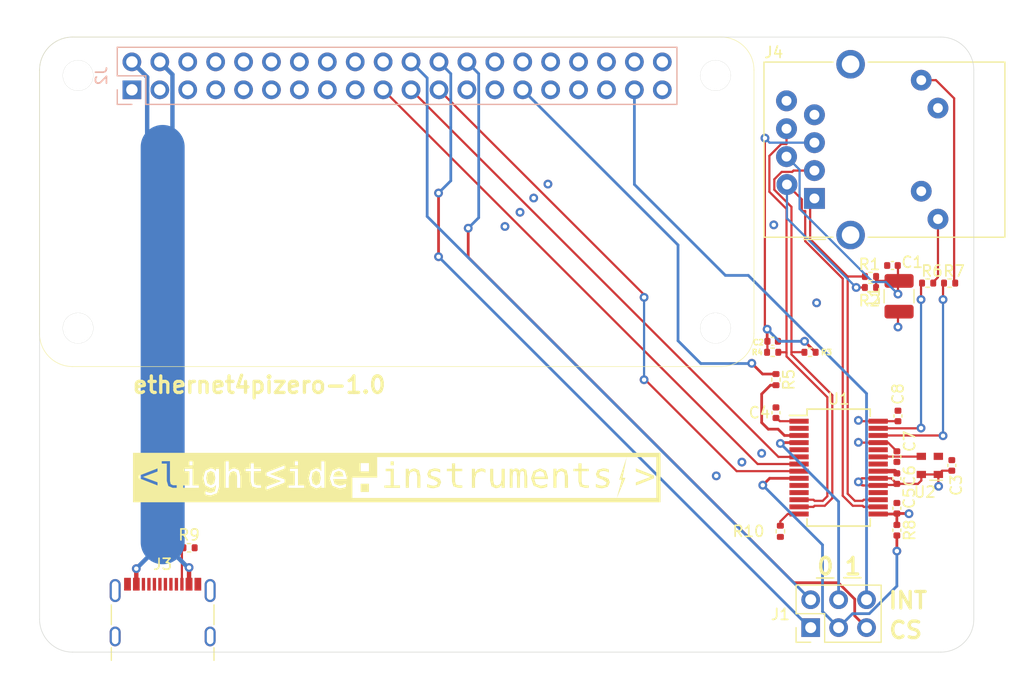
<source format=kicad_pcb>
(kicad_pcb (version 20211014) (generator pcbnew)
  (layers (0 "F.Cu" signal) (1 "In1.Cu" power) (2 "In2.Cu" power) (31 "B.Cu" signal) (34 "B.Paste" user) (35 "F.Paste" user) (36 "B.SilkS" user "B.Silkscreen") (37 "F.SilkS" user "F.Silkscreen") (38 "B.Mask" user) (39 "F.Mask" user) (44 "Edge.Cuts" user))
  (net 0 "")
  (net 1 "GND")
  (net 2 "+3.3V")
  (net 3 "+5V")
  (net 27 "/SI")
  (net 28 "/SO")
  (net 29 "/INT")
  (net 30 "/SCK")
  (net 31 "/CS0")
  (net 32 "/CS1")
  (net 39 "/CLKOUT")
  (net 40 "/TPIN-")
  (net 41 "/TPIN+")
  (net 42 "/TPOUT-")
  (net 43 "/TPOUT+")
  (net 44 "Net-(U1-Pad23)")
  (net 45 "/LEDB")
  (net 46 "/LEDA")
  (net 47 "Net-(J3-PadA5)")
  (net 48 "/CS")
  (net 49 "Net-(R10-Pad1)")
  (net 50 "Net-(C2-Pad1)")
  (net 51 "Net-(C1-Pad1)")
  (net 52 "Net-(C4-Pad1)")
  (net 53 "Net-(J4-PadL1)")
  (net 54 "Net-(R6-Pad2)")
  (net 55 "/INT0")
  (net 56 "/INT1")
  (net 57 "Net-(U1-Pad3)")
  (footprint "ice4pi:mount_hole" (layer "F.Cu") (at 53.5 52.5)
    (fp_text reference "" hide)
    (fp_text value "" hide)
    (pad "" np_thru_hole circle locked (at 0 0) (size 2.75 2.75) (drill 2.75) (layers *.Cu *.Mask) (clearance 1.725))
  )
  (footprint "ice4pi:mount_hole" (layer "F.Cu") (at 53.5 101.5)
    (fp_text reference "" hide)
    (fp_text value "" hide)
    (pad "" np_thru_hole circle locked (at 0 0) (size 2.75 2.75) (drill 2.75) (layers *.Cu *.Mask) (clearance 1.725))
  )
  (footprint "ice4pi:mount_hole" (layer "F.Cu") (at 111.5 101.5)
    (fp_text reference "" hide)
    (fp_text value "" hide)
    (pad "" np_thru_hole circle locked (at 0 0) (size 2.75 2.75) (drill 2.75) (layers *.Cu *.Mask) (clearance 1.725))
  )
  (footprint "ice4pi:lsi-logo-48mm" (layer "F.Cu") (at 82.5 90.75)
    (fp_text reference "svg2mod" hide)
    (fp_text value "G***" hide)
  )
  (footprint "Oscillator:Oscillator_SMD_Abracon_ASDMB-4Pin_2.5x2.0mm" (layer "F.Cu") (at 131 88 90)
    (fp_text reference "U2" (at -2.4274 -0.4566 180) (layer "F.SilkS"))
    (fp_text value "DSC1001DE1-025.0000")
    (pad "1" smd rect (at -0.825 0.775 90) (size 0.65 0.85) (layers "F.Cu" "F.Paste" "F.Mask") (net 2 "+3.3V"))
    (pad "2" smd rect (at 0.825 0.775 90) (size 0.65 0.85) (layers "F.Cu" "F.Paste" "F.Mask") (net 1 "GND"))
    (pad "3" smd rect (at 0.825 -0.775 90) (size 0.65 0.85) (layers "F.Cu" "F.Paste" "F.Mask") (net 44 "Net-(U1-Pad23)"))
    (pad "4" smd rect (at -0.825 -0.775 90) (size 0.65 0.85) (layers "F.Cu" "F.Paste" "F.Mask") (net 2 "+3.3V"))
  )
  (footprint "Capacitor_SMD:C_0402_1005Metric" (layer "F.Cu") (at 128 89.2 90)
    (fp_text reference "C6" (at 0.2458 1.1464 90) (layer "F.SilkS"))
    (fp_text value "100 nF")
    (pad "1" smd roundrect (at -0.48 0 90) (size 0.56 0.62) (layers "F.Cu" "F.Paste" "F.Mask") (net 2 "+3.3V"))
    (pad "2" smd roundrect (at 0.48 0 90) (size 0.56 0.62) (layers "F.Cu" "F.Paste" "F.Mask") (net 1 "GND"))
  )
  (footprint "Resistor_SMD:R_0402_1005Metric" (layer "F.Cu") (at 63.6 95.5)
    (fp_text reference "R9" (at 0 -1.17) (layer "F.SilkS"))
    (fp_text value "5.1K")
    (pad "1" smd roundrect (at -0.51 0) (size 0.54 0.64) (layers "F.Cu" "F.Paste" "F.Mask") (net 47 "Net-(J3-PadA5)"))
    (pad "2" smd roundrect (at 0.51 0) (size 0.54 0.64) (layers "F.Cu" "F.Paste" "F.Mask") (net 1 "GND"))
  )
  (footprint "Connector_USB:USB_C_Receptacle_GCT_USB4105-xx-A_16P_TopMnt_Horizontal" (layer "F.Cu") (at 61.2 102.5)
    (fp_text reference "J3" (at 0 -5.5 unlocked) (layer "F.SilkS"))
    (fp_text value "USB_C_Receptacle_USB2.0")
    (pad "" np_thru_hole circle (at -2.89 -2.605) (size 0.65 0.65) (drill 0.65) (layers F&B.Cu *.Mask))
    (pad "" np_thru_hole circle (at 2.89 -2.605) (size 0.65 0.65) (drill 0.65) (layers F&B.Cu *.Mask))
    (pad "A1" smd rect (at -3.2 -3.68) (size 0.6 1.15) (layers "F.Cu" "F.Paste" "F.Mask") (net 1 "GND"))
    (pad "A4" smd rect (at -2.4 -3.68) (size 0.6 1.15) (layers "F.Cu" "F.Paste" "F.Mask") (net 3 "+5V"))
    (pad "A5" smd rect (at -1.25 -3.68) (size 0.3 1.15) (layers "F.Cu" "F.Paste" "F.Mask") (net 47 "Net-(J3-PadA5)"))
    (pad "A6" smd rect (at -0.25 -3.68) (size 0.3 1.15) (layers "F.Cu" "F.Paste" "F.Mask"))
    (pad "A7" smd rect (at 0.25 -3.68) (size 0.3 1.15) (layers "F.Cu" "F.Paste" "F.Mask"))
    (pad "A8" smd rect (at 1.25 -3.68) (size 0.3 1.15) (layers "F.Cu" "F.Paste" "F.Mask"))
    (pad "A9" smd rect (at 2.4 -3.68) (size 0.6 1.15) (layers "F.Cu" "F.Paste" "F.Mask") (net 3 "+5V"))
    (pad "A12" smd rect (at 3.2 -3.68) (size 0.6 1.15) (layers "F.Cu" "F.Paste" "F.Mask") (net 1 "GND"))
    (pad "B1" smd rect (at 3.2 -3.68) (size 0.6 1.15) (layers "F.Cu" "F.Paste" "F.Mask") (net 1 "GND"))
    (pad "B4" smd rect (at 2.4 -3.68) (size 0.6 1.15) (layers "F.Cu" "F.Paste" "F.Mask") (net 3 "+5V"))
    (pad "B5" smd rect (at 1.75 -3.68) (size 0.3 1.15) (layers "F.Cu" "F.Paste" "F.Mask") (net 47 "Net-(J3-PadA5)"))
    (pad "B6" smd rect (at 0.75 -3.68) (size 0.3 1.15) (layers "F.Cu" "F.Paste" "F.Mask"))
    (pad "B7" smd rect (at -0.75 -3.68) (size 0.3 1.15) (layers "F.Cu" "F.Paste" "F.Mask"))
    (pad "B8" smd rect (at -1.75 -3.68) (size 0.3 1.15) (layers "F.Cu" "F.Paste" "F.Mask"))
    (pad "B9" smd rect (at -2.4 -3.68) (size 0.6 1.15) (layers "F.Cu" "F.Paste" "F.Mask") (net 3 "+5V"))
    (pad "B12" smd rect (at -3.2 -3.68) (size 0.6 1.15) (layers "F.Cu" "F.Paste" "F.Mask") (net 1 "GND"))
    (pad "S1" thru_hole oval (at 4.32 1.075) (size 1 1.8) (drill oval 0.6 1.4) (layers *.Cu *.Mask) (net 1 "GND"))
    (pad "S1" thru_hole oval (at -4.32 1.075) (size 1 1.8) (drill oval 0.6 1.4) (layers *.Cu *.Mask) (net 1 "GND"))
    (pad "S1" thru_hole oval (at 4.32 -3.105) (size 1 2.1) (drill oval 0.6 1.7) (layers *.Cu *.Mask) (net 1 "GND"))
    (pad "S1" thru_hole oval (at -4.32 -3.105) (size 1 2.1) (drill oval 0.6 1.7) (layers *.Cu *.Mask) (net 1 "GND"))
  )
  (footprint "Resistor_SMD:R_0402_1005Metric" (layer "F.Cu") (at 125.6 71.8 180)
    (fp_text reference "R2" (at 0.1 -1.2) (layer "F.SilkS"))
    (fp_text value "50")
    (pad "1" smd roundrect (at -0.51 0 180) (size 0.54 0.64) (layers "F.Cu" "F.Paste" "F.Mask") (net 51 "Net-(C1-Pad1)"))
    (pad "2" smd roundrect (at 0.51 0 180) (size 0.54 0.64) (layers "F.Cu" "F.Paste" "F.Mask") (net 42 "/TPOUT-"))
  )
  (footprint "Capacitor_SMD:C_0402_1005Metric" (layer "F.Cu") (at 128 93.9 -90)
    (fp_text reference "R8" (at 0 -1.16 90) (layer "F.SilkS"))
    (fp_text value "10K")
    (pad "1" smd roundrect (at -0.48 0 270) (size 0.56 0.62) (layers "F.Cu" "F.Paste" "F.Mask") (net 2 "+3.3V"))
    (pad "2" smd roundrect (at 0.48 0 270) (size 0.56 0.62) (layers "F.Cu" "F.Paste" "F.Mask") (net 48 "/CS"))
  )
  (footprint "Resistor_SMD:R_0402_1005Metric" (layer "F.Cu") (at 117 80.19 -90)
    (fp_text reference "R5" (at 0 -1.17 90) (layer "F.SilkS"))
    (fp_text value "0")
    (pad "1" smd roundrect (at -0.51 0 270) (size 0.54 0.64) (layers "F.Cu" "F.Paste" "F.Mask") (net 39 "/CLKOUT"))
    (pad "2" smd roundrect (at 0.51 0 270) (size 0.54 0.64) (layers "F.Cu" "F.Paste" "F.Mask") (net 57 "Net-(U1-Pad3)"))
  )
  (footprint "Resistor_SMD:R_0402_1005Metric" (layer "F.Cu") (at 125.6 70.8 180)
    (fp_text reference "R1" (at 0.1 1.1) (layer "F.SilkS"))
    (fp_text value "50")
    (pad "1" smd roundrect (at -0.51 0 180) (size 0.54 0.64) (layers "F.Cu" "F.Paste" "F.Mask") (net 51 "Net-(C1-Pad1)"))
    (pad "2" smd roundrect (at 0.51 0 180) (size 0.54 0.64) (layers "F.Cu" "F.Paste" "F.Mask") (net 43 "/TPOUT+"))
  )
  (footprint "Capacitor_SMD:C_0402_1005Metric" (layer "F.Cu") (at 128 91.9 90)
    (fp_text reference "C5" (at 0.9138 1.121 90) (layer "F.SilkS"))
    (fp_text value "100 nF")
    (pad "1" smd roundrect (at -0.48 0 90) (size 0.56 0.62) (layers "F.Cu" "F.Paste" "F.Mask") (net 2 "+3.3V"))
    (pad "2" smd roundrect (at 0.48 0 90) (size 0.56 0.62) (layers "F.Cu" "F.Paste" "F.Mask") (net 1 "GND"))
  )
  (footprint "ice4pi:mount_hole" (layer "F.Cu") (at 111.5 75.5)
    (fp_text reference "" hide)
    (fp_text value "" hide)
    (pad "" np_thru_hole circle locked (at 0 0) (size 2.75 2.75) (drill 2.75) (layers *.Cu *.Mask) (clearance 1.725))
  )
  (footprint "Resistor_SMD:R_0402_1005Metric" (layer "F.Cu") (at 132.8 71.4)
    (fp_text reference "R7" (at 0.4 -1.1) (layer "F.SilkS"))
    (fp_text value "1K")
    (pad "1" smd roundrect (at -0.51 0) (size 0.54 0.64) (layers "F.Cu" "F.Paste" "F.Mask") (net 45 "/LEDB"))
    (pad "2" smd roundrect (at 0.51 0) (size 0.54 0.64) (layers "F.Cu" "F.Paste" "F.Mask") (net 53 "Net-(J4-PadL1)"))
  )
  (footprint "Connector_RJ:RJ45_Amphenol_RJMG1BD3B8K1ANR" (layer "F.Cu") (at 120.5 63.695 90)
    (fp_text reference "J4" (at 13.295 -3.7 180) (layer "F.SilkS"))
    (fp_text value "RJ45_Amphenol_RJMG1BD3B8K1ANR")
    (pad "" np_thru_hole circle (at -1.27 6.34 90) (size 3.25 3.25) (drill 3.25) (layers *.Cu *.Mask))
    (pad "" np_thru_hole circle (at 10.16 6.34 90) (size 3.25 3.25) (drill 3.25) (layers *.Cu *.Mask))
    (pad "13" thru_hole circle (at -3.33 3.29 90) (size 2.6 2.6) (drill 1.6) (layers *.Cu *.Mask) (net 1 "GND"))
    (pad "13" thru_hole circle (at 12.22 3.29 90) (size 2.6 2.6) (drill 1.6) (layers *.Cu *.Mask) (net 1 "GND"))
    (pad "L1" thru_hole circle (at 10.77 9.72 90) (size 1.89 1.89) (drill 0.89) (layers *.Cu *.Mask) (net 53 "Net-(J4-PadL1)"))
    (pad "L2" thru_hole circle (at 8.23 11.24 90) (size 1.89 1.89) (drill 0.89) (layers *.Cu *.Mask) (net 1 "GND"))
    (pad "L3" thru_hole circle (at 0.66 9.72 90) (size 1.89 1.89) (drill 0.89) (layers *.Cu *.Mask) (net 1 "GND"))
    (pad "L4" thru_hole circle (at -1.88 11.24 90) (size 1.89 1.89) (drill 0.89) (layers *.Cu *.Mask) (net 54 "Net-(R6-Pad2)"))
    (pad "R1" thru_hole rect (at 0 0 90) (size 1.9 1.9) (drill 0.9) (layers *.Cu *.Mask) (net 43 "/TPOUT+"))
    (pad "R2" thru_hole circle (at 1.27 -2.5 90) (size 1.9 1.9) (drill 0.9) (layers *.Cu *.Mask) (net 42 "/TPOUT-"))
    (pad "R3" thru_hole circle (at 2.54 0 90) (size 1.9 1.9) (drill 0.9) (layers *.Cu *.Mask) (net 41 "/TPIN+"))
    (pad "R4" thru_hole circle (at 3.81 -2.54 90) (size 1.9 1.9) (drill 0.9) (layers *.Cu *.Mask) (net 51 "Net-(C1-Pad1)"))
    (pad "R5" thru_hole circle (at 5.08 0 90) (size 1.9 1.9) (drill 0.9) (layers *.Cu *.Mask) (net 50 "Net-(C2-Pad1)"))
    (pad "R6" thru_hole circle (at 6.35 -2.54 90) (size 1.9 1.9) (drill 0.9) (layers *.Cu *.Mask) (net 40 "/TPIN-"))
    (pad "R7" thru_hole circle (at 7.62 0 90) (size 1.9 1.9) (drill 0.9) (layers *.Cu *.Mask))
    (pad "R8" thru_hole circle (at 8.89 -2.54 90) (size 1.9 1.9) (drill 0.9) (layers *.Cu *.Mask) (net 1 "GND"))
  )
  (footprint "ice4pi:mount_hole" (layer "F.Cu") (at 111.5 52.5)
    (fp_text reference "" hide)
    (fp_text value "" hide)
    (pad "" np_thru_hole circle locked (at 0 0) (size 2.75 2.75) (drill 2.75) (layers *.Cu *.Mask) (clearance 1.725))
  )
  (footprint "Capacitor_SMD:C_0402_1005Metric" (layer "F.Cu") (at 116.7 76.7)
    (fp_text reference "C2" (at -1.3 0.1) (layer "F.SilkS") (effects (font (size 0.5 0.5))))
    (fp_text value "100 nF")
    (pad "1" smd roundrect (at -0.48 0) (size 0.56 0.62) (layers "F.Cu" "F.Paste" "F.Mask") (net 50 "Net-(C2-Pad1)"))
    (pad "2" smd roundrect (at 0.48 0) (size 0.56 0.62) (layers "F.Cu" "F.Paste" "F.Mask") (net 1 "GND"))
  )
  (footprint "Capacitor_SMD:C_0402_1005Metric" (layer "F.Cu") (at 128.1 83.5 90)
    (fp_text reference "C8" (at 2 0 90) (layer "F.SilkS"))
    (fp_text value "100 nF")
    (pad "1" smd roundrect (at -0.48 0 90) (size 0.56 0.62) (layers "F.Cu" "F.Paste" "F.Mask") (net 2 "+3.3V"))
    (pad "2" smd roundrect (at 0.48 0 90) (size 0.56 0.62) (layers "F.Cu" "F.Paste" "F.Mask") (net 1 "GND"))
  )
  (footprint "Resistor_SMD:R_0402_1005Metric" (layer "F.Cu") (at 117.4 94 -90)
    (fp_text reference "R10" (at 0 2.9 180) (layer "F.SilkS"))
    (fp_text value "2.32K")
    (pad "1" smd roundrect (at -0.51 0 270) (size 0.54 0.64) (layers "F.Cu" "F.Paste" "F.Mask") (net 49 "Net-(R10-Pad1)"))
    (pad "2" smd roundrect (at 0.51 0 270) (size 0.54 0.64) (layers "F.Cu" "F.Paste" "F.Mask") (net 1 "GND"))
  )
  (footprint "Package_SO:SSOP-28_5.3x10.2mm_P0.65mm" (layer "F.Cu") (at 122.7 88.2)
    (fp_text reference "U1" (at 0 -6.25) (layer "F.SilkS"))
    (fp_text value "ENC28J60x-SS")
    (pad "1" smd rect (at -3.6 -4.225) (size 1.75 0.45) (layers "F.Cu" "F.Paste" "F.Mask") (net 52 "Net-(C4-Pad1)"))
    (pad "2" smd rect (at -3.6 -3.575) (size 1.75 0.45) (layers "F.Cu" "F.Paste" "F.Mask") (net 1 "GND"))
    (pad "3" smd rect (at -3.6 -2.925) (size 1.75 0.45) (layers "F.Cu" "F.Paste" "F.Mask") (net 57 "Net-(U1-Pad3)"))
    (pad "4" smd rect (at -3.6 -2.275) (size 1.75 0.45) (layers "F.Cu" "F.Paste" "F.Mask") (net 29 "/INT"))
    (pad "5" smd rect (at -3.6 -1.625) (size 1.75 0.45) (layers "F.Cu" "F.Paste" "F.Mask"))
    (pad "6" smd rect (at -3.6 -0.975) (size 1.75 0.45) (layers "F.Cu" "F.Paste" "F.Mask") (net 28 "/SO"))
    (pad "7" smd rect (at -3.6 -0.325) (size 1.75 0.45) (layers "F.Cu" "F.Paste" "F.Mask") (net 27 "/SI"))
    (pad "8" smd rect (at -3.6 0.325) (size 1.75 0.45) (layers "F.Cu" "F.Paste" "F.Mask") (net 30 "/SCK"))
    (pad "9" smd rect (at -3.6 0.975) (size 1.75 0.45) (layers "F.Cu" "F.Paste" "F.Mask") (net 48 "/CS"))
    (pad "10" smd rect (at -3.6 1.625) (size 1.75 0.45) (layers "F.Cu" "F.Paste" "F.Mask"))
    (pad "11" smd rect (at -3.6 2.275) (size 1.75 0.45) (layers "F.Cu" "F.Paste" "F.Mask") (net 1 "GND"))
    (pad "12" smd rect (at -3.6 2.925) (size 1.75 0.45) (layers "F.Cu" "F.Paste" "F.Mask") (net 40 "/TPIN-"))
    (pad "13" smd rect (at -3.6 3.575) (size 1.75 0.45) (layers "F.Cu" "F.Paste" "F.Mask") (net 41 "/TPIN+"))
    (pad "14" smd rect (at -3.6 4.225) (size 1.75 0.45) (layers "F.Cu" "F.Paste" "F.Mask") (net 49 "Net-(R10-Pad1)"))
    (pad "15" smd rect (at 3.6 4.225) (size 1.75 0.45) (layers "F.Cu" "F.Paste" "F.Mask") (net 2 "+3.3V"))
    (pad "16" smd rect (at 3.6 3.575) (size 1.75 0.45) (layers "F.Cu" "F.Paste" "F.Mask") (net 42 "/TPOUT-"))
    (pad "17" smd rect (at 3.6 2.925) (size 1.75 0.45) (layers "F.Cu" "F.Paste" "F.Mask") (net 43 "/TPOUT+"))
    (pad "18" smd rect (at 3.6 2.275) (size 1.75 0.45) (layers "F.Cu" "F.Paste" "F.Mask") (net 1 "GND"))
    (pad "19" smd rect (at 3.6 1.625) (size 1.75 0.45) (layers "F.Cu" "F.Paste" "F.Mask") (net 2 "+3.3V"))
    (pad "20" smd rect (at 3.6 0.975) (size 1.75 0.45) (layers "F.Cu" "F.Paste" "F.Mask") (net 2 "+3.3V"))
    (pad "21" smd rect (at 3.6 0.325) (size 1.75 0.45) (layers "F.Cu" "F.Paste" "F.Mask") (net 1 "GND"))
    (pad "22" smd rect (at 3.6 -0.325) (size 1.75 0.45) (layers "F.Cu" "F.Paste" "F.Mask") (net 1 "GND"))
    (pad "23" smd rect (at 3.6 -0.975) (size 1.75 0.45) (layers "F.Cu" "F.Paste" "F.Mask") (net 44 "Net-(U1-Pad23)"))
    (pad "24" smd rect (at 3.6 -1.625) (size 1.75 0.45) (layers "F.Cu" "F.Paste" "F.Mask"))
    (pad "25" smd rect (at 3.6 -2.275) (size 1.75 0.45) (layers "F.Cu" "F.Paste" "F.Mask") (net 2 "+3.3V"))
    (pad "26" smd rect (at 3.6 -2.925) (size 1.75 0.45) (layers "F.Cu" "F.Paste" "F.Mask") (net 45 "/LEDB"))
    (pad "27" smd rect (at 3.6 -3.575) (size 1.75 0.45) (layers "F.Cu" "F.Paste" "F.Mask") (net 46 "/LEDA"))
    (pad "28" smd rect (at 3.6 -4.225) (size 1.75 0.45) (layers "F.Cu" "F.Paste" "F.Mask") (net 2 "+3.3V"))
  )
  (footprint "ice4pi:mount_hole" (layer "F.Cu") (at 53.5 75.5)
    (fp_text reference "" hide)
    (fp_text value "" hide)
    (pad "" np_thru_hole circle locked (at 0 0) (size 2.75 2.75) (drill 2.75) (layers *.Cu *.Mask) (clearance 1.725))
  )
  (footprint "Capacitor_SMD:C_0402_1005Metric" (layer "F.Cu") (at 133 88 90)
    (fp_text reference "C3" (at -1.8 0.4 90) (layer "F.SilkS"))
    (fp_text value "0.01uF")
    (pad "1" smd roundrect (at -0.48 0 90) (size 0.56 0.62) (layers "F.Cu" "F.Paste" "F.Mask") (net 2 "+3.3V"))
    (pad "2" smd roundrect (at 0.48 0 90) (size 0.56 0.62) (layers "F.Cu" "F.Paste" "F.Mask") (net 1 "GND"))
  )
  (footprint "Resistor_SMD:R_0402_1005Metric" (layer "F.Cu") (at 130.8 71.4)
    (fp_text reference "R6" (at 0.4 -1.1) (layer "F.SilkS"))
    (fp_text value "1K")
    (pad "1" smd roundrect (at -0.51 0) (size 0.54 0.64) (layers "F.Cu" "F.Paste" "F.Mask") (net 46 "/LEDA"))
    (pad "2" smd roundrect (at 0.51 0) (size 0.54 0.64) (layers "F.Cu" "F.Paste" "F.Mask") (net 54 "Net-(R6-Pad2)"))
  )
  (footprint "Connector_PinHeader_2.54mm:PinHeader_2x03_P2.54mm_Vertical" (layer "F.Cu") (at 120.16 102.77 90)
    (fp_text reference "J1" (at 1.2 -2.76 180) (layer "F.SilkS"))
    (fp_text value "Conn_02x03")
    (pad "1" thru_hole rect (at 0 0 90) (size 1.7 1.7) (drill 1) (layers *.Cu *.Mask) (net 31 "/CS0"))
    (pad "2" thru_hole oval (at 2.54 0 90) (size 1.7 1.7) (drill 1) (layers *.Cu *.Mask) (net 55 "/INT0"))
    (pad "3" thru_hole oval (at 0 2.54 90) (size 1.7 1.7) (drill 1) (layers *.Cu *.Mask) (net 48 "/CS"))
    (pad "4" thru_hole oval (at 2.54 2.54 90) (size 1.7 1.7) (drill 1) (layers *.Cu *.Mask) (net 29 "/INT"))
    (pad "5" thru_hole oval (at 0 5.08 90) (size 1.7 1.7) (drill 1) (layers *.Cu *.Mask) (net 32 "/CS1"))
    (pad "6" thru_hole oval (at 2.54 5.08 90) (size 1.7 1.7) (drill 1) (layers *.Cu *.Mask) (net 56 "/INT1"))
  )
  (footprint "Capacitor_SMD:C_0402_1005Metric" (layer "F.Cu") (at 128 87.2 -90)
    (fp_text reference "C7" (at -1.4 -1.16 90) (layer "F.SilkS"))
    (fp_text value "100 nF")
    (pad "1" smd roundrect (at -0.48 0 270) (size 0.56 0.62) (layers "F.Cu" "F.Paste" "F.Mask") (net 2 "+3.3V"))
    (pad "2" smd roundrect (at 0.48 0 270) (size 0.56 0.62) (layers "F.Cu" "F.Paste" "F.Mask") (net 1 "GND"))
  )
  (footprint "Resistor_SMD:R_0402_1005Metric" (layer "F.Cu") (at 116.7 77.7)
    (fp_text reference "R4" (at -1.4 0) (layer "F.SilkS") (effects (font (size 0.5 0.5))))
    (fp_text value "50")
    (pad "1" smd roundrect (at -0.51 0) (size 0.54 0.64) (layers "F.Cu" "F.Paste" "F.Mask") (net 50 "Net-(C2-Pad1)"))
    (pad "2" smd roundrect (at 0.51 0) (size 0.54 0.64) (layers "F.Cu" "F.Paste" "F.Mask") (net 40 "/TPIN-"))
  )
  (footprint "Capacitor_SMD:C_0402_1005Metric" (layer "F.Cu") (at 127.6 69.8 180)
    (fp_text reference "C1" (at -1.8 0.3) (layer "F.SilkS"))
    (fp_text value "100 nF")
    (pad "1" smd roundrect (at -0.48 0 180) (size 0.56 0.62) (layers "F.Cu" "F.Paste" "F.Mask") (net 51 "Net-(C1-Pad1)"))
    (pad "2" smd roundrect (at 0.48 0 180) (size 0.56 0.62) (layers "F.Cu" "F.Paste" "F.Mask") (net 1 "GND"))
  )
  (footprint "Resistor_SMD:R_0402_1005Metric" (layer "F.Cu") (at 120.1 77.7 180)
    (fp_text reference "R3" (at -1.5 0) (layer "F.SilkS") (effects (font (size 0.5 0.5))))
    (fp_text value "50")
    (pad "1" smd roundrect (at -0.51 0 180) (size 0.54 0.64) (layers "F.Cu" "F.Paste" "F.Mask") (net 50 "Net-(C2-Pad1)"))
    (pad "2" smd roundrect (at 0.51 0 180) (size 0.54 0.64) (layers "F.Cu" "F.Paste" "F.Mask") (net 41 "/TPIN+"))
  )
  (footprint "Capacitor_SMD:C_0402_1005Metric" (layer "F.Cu") (at 117 83.2 90)
    (fp_text reference "C4" (at 0 -1.5 180) (layer "F.SilkS"))
    (fp_text value "10uF")
    (pad "1" smd roundrect (at -0.48 0 90) (size 0.56 0.62) (layers "F.Cu" "F.Paste" "F.Mask") (net 52 "Net-(C4-Pad1)"))
    (pad "2" smd roundrect (at 0.48 0 90) (size 0.56 0.62) (layers "F.Cu" "F.Paste" "F.Mask") (net 1 "GND"))
  )
  (footprint "Inductor_SMD:L_1210_3225Metric" (layer "F.Cu") (at 128.2 72.6 90)
    (fp_text reference "L1" (at 0 -2.28 90) (layer "F.SilkS"))
    (fp_text value "L")
    (pad "1" smd roundrect (at -1.4 0 90) (size 1.25 2.65) (layers "F.Cu" "F.Paste" "F.Mask") (roundrect_rratio 0.2) (net 2 "+3.3V"))
    (pad "2" smd roundrect (at 1.4 0 90) (size 1.25 2.65) (layers "F.Cu" "F.Paste" "F.Mask") (roundrect_rratio 0.2) (net 51 "Net-(C1-Pad1)"))
  )
  (footprint "ice4pi:PinSocket_2x20_P2.54mm_Vertical_1_04mm" (layer "B.Cu") (at 58.4 53.8 -90)
    (fp_text reference "J2" (at -1.27 2.77 -90) (layer "B.SilkS") (effects (justify mirror)))
    (fp_text value "Raspberry_Pi_2_3")
    (pad "1" thru_hole rect locked (at 0 0 270) (size 1.7 1.7) (drill 1.04) (layers *.Cu *.Mask) (net 2 "+3.3V"))
    (pad "2" thru_hole oval locked (at -2.54 0 270) (size 1.7 1.7) (drill 1.04) (layers *.Cu *.Mask) (net 3 "+5V"))
    (pad "3" thru_hole oval locked (at 0 -2.54 270) (size 1.7 1.7) (drill 1.04) (layers *.Cu *.Mask))
    (pad "4" thru_hole oval locked (at -2.54 -2.54 270) (size 1.7 1.7) (drill 1.04) (layers *.Cu *.Mask) (net 3 "+5V"))
    (pad "5" thru_hole oval locked (at 0 -5.08 270) (size 1.7 1.7) (drill 1.04) (layers *.Cu *.Mask))
    (pad "6" thru_hole oval locked (at -2.54 -5.08 270) (size 1.7 1.7) (drill 1.04) (layers *.Cu *.Mask) (net 1 "GND"))
    (pad "7" thru_hole oval locked (at 0 -7.62 270) (size 1.7 1.7) (drill 1.04) (layers *.Cu *.Mask))
    (pad "8" thru_hole oval locked (at -2.54 -7.62 270) (size 1.7 1.7) (drill 1.04) (layers *.Cu *.Mask))
    (pad "9" thru_hole oval locked (at 0 -10.16 270) (size 1.7 1.7) (drill 1.04) (layers *.Cu *.Mask) (net 1 "GND"))
    (pad "10" thru_hole oval locked (at -2.54 -10.16 270) (size 1.7 1.7) (drill 1.04) (layers *.Cu *.Mask))
    (pad "11" thru_hole oval locked (at 0 -12.7 270) (size 1.7 1.7) (drill 1.04) (layers *.Cu *.Mask))
    (pad "12" thru_hole oval locked (at -2.54 -12.7 270) (size 1.7 1.7) (drill 1.04) (layers *.Cu *.Mask))
    (pad "13" thru_hole oval locked (at 0 -15.24 270) (size 1.7 1.7) (drill 1.04) (layers *.Cu *.Mask))
    (pad "14" thru_hole oval locked (at -2.54 -15.24 270) (size 1.7 1.7) (drill 1.04) (layers *.Cu *.Mask) (net 1 "GND"))
    (pad "15" thru_hole oval locked (at 0 -17.78 270) (size 1.7 1.7) (drill 1.04) (layers *.Cu *.Mask))
    (pad "16" thru_hole oval locked (at -2.54 -17.78 270) (size 1.7 1.7) (drill 1.04) (layers *.Cu *.Mask))
    (pad "17" thru_hole oval locked (at 0 -20.32 270) (size 1.7 1.7) (drill 1.04) (layers *.Cu *.Mask) (net 2 "+3.3V"))
    (pad "18" thru_hole oval locked (at -2.54 -20.32 270) (size 1.7 1.7) (drill 1.04) (layers *.Cu *.Mask))
    (pad "19" thru_hole oval locked (at 0 -22.86 270) (size 1.7 1.7) (drill 1.04) (layers *.Cu *.Mask) (net 27 "/SI"))
    (pad "20" thru_hole oval locked (at -2.54 -22.86 270) (size 1.7 1.7) (drill 1.04) (layers *.Cu *.Mask) (net 1 "GND"))
    (pad "21" thru_hole oval locked (at 0 -25.4 270) (size 1.7 1.7) (drill 1.04) (layers *.Cu *.Mask) (net 28 "/SO"))
    (pad "22" thru_hole oval locked (at -2.54 -25.4 270) (size 1.7 1.7) (drill 1.04) (layers *.Cu *.Mask) (net 55 "/INT0"))
    (pad "23" thru_hole oval locked (at 0 -27.94 270) (size 1.7 1.7) (drill 1.04) (layers *.Cu *.Mask) (net 30 "/SCK"))
    (pad "24" thru_hole oval locked (at -2.54 -27.94 270) (size 1.7 1.7) (drill 1.04) (layers *.Cu *.Mask) (net 31 "/CS0"))
    (pad "25" thru_hole oval locked (at 0 -30.48 270) (size 1.7 1.7) (drill 1.04) (layers *.Cu *.Mask) (net 1 "GND"))
    (pad "26" thru_hole oval locked (at -2.54 -30.48 270) (size 1.7 1.7) (drill 1.04) (layers *.Cu *.Mask) (net 32 "/CS1"))
    (pad "27" thru_hole oval locked (at 0 -33.02 270) (size 1.7 1.7) (drill 1.04) (layers *.Cu *.Mask))
    (pad "28" thru_hole oval locked (at -2.54 -33.02 270) (size 1.7 1.7) (drill 1.04) (layers *.Cu *.Mask))
    (pad "29" thru_hole oval locked (at 0 -35.56 270) (size 1.7 1.7) (drill 1.04) (layers *.Cu *.Mask) (net 39 "/CLKOUT"))
    (pad "30" thru_hole oval locked (at -2.54 -35.56 270) (size 1.7 1.7) (drill 1.04) (layers *.Cu *.Mask) (net 1 "GND"))
    (pad "31" thru_hole oval locked (at 0 -38.1 270) (size 1.7 1.7) (drill 1.04) (layers *.Cu *.Mask))
    (pad "32" thru_hole oval locked (at -2.54 -38.1 270) (size 1.7 1.7) (drill 1.04) (layers *.Cu *.Mask))
    (pad "33" thru_hole oval locked (at 0 -40.64 270) (size 1.7 1.7) (drill 1.04) (layers *.Cu *.Mask))
    (pad "34" thru_hole oval locked (at -2.54 -40.64 270) (size 1.7 1.7) (drill 1.04) (layers *.Cu *.Mask) (net 1 "GND"))
    (pad "35" thru_hole oval locked (at 0 -43.18 270) (size 1.7 1.7) (drill 1.04) (layers *.Cu *.Mask))
    (pad "36" thru_hole oval locked (at -2.54 -43.18 270) (size 1.7 1.7) (drill 1.04) (layers *.Cu *.Mask))
    (pad "37" thru_hole oval locked (at 0 -45.72 270) (size 1.7 1.7) (drill 1.04) (layers *.Cu *.Mask) (net 56 "/INT1"))
    (pad "38" thru_hole oval locked (at -2.54 -45.72 270) (size 1.7 1.7) (drill 1.04) (layers *.Cu *.Mask))
    (pad "39" thru_hole oval locked (at 0 -48.26 270) (size 1.7 1.7) (drill 1.04) (layers *.Cu *.Mask) (net 1 "GND"))
    (pad "40" thru_hole oval locked (at -2.54 -48.26 270) (size 1.7 1.7) (drill 1.04) (layers *.Cu *.Mask))
  )
  (gr_line (start 50 76) (end 50 52) (layer "F.SilkS") (width 0.05))
  (gr_line (start 112 79) (end 53 79) (layer "F.SilkS") (width 0.05))
  (gr_line (start 53 49) (end 112 49) (layer "F.SilkS") (width 0.05))
  (gr_arc (start 50 52) (mid 50.87868 49.87868) (end 53 49) (layer "F.SilkS") (width 0.05))
  (gr_line (start 120.7009 98.2506) (end 122.2503 98.2506) (layer "F.SilkS") (width 0.15))
  (gr_line (start 115 52) (end 115 76) (layer "F.SilkS") (width 0.05))
  (gr_line (start 123.1774 98.2252) (end 124.7268 98.2252) (layer "F.SilkS") (width 0.15))
  (gr_arc (start 115 76) (mid 114.12132 78.12132) (end 112 79) (layer "F.SilkS") (width 0.05))
  (gr_arc (start 53 79) (mid 50.87868 78.12132) (end 50 76) (layer "F.SilkS") (width 0.05))
  (gr_arc (start 112 49) (mid 114.12132 49.87868) (end 115 52) (layer "F.SilkS") (width 0.05))
  (gr_circle (center 111.5 75.5) (end 111.47 76.87) (layer "Edge.Cuts") (width 0.05) (fill none))
  (gr_arc (start 132 49) (mid 134.12132 49.87868) (end 135 52) (layer "Edge.Cuts") (width 0.05))
  (gr_arc (start 135 102) (mid 134.12132 104.12132) (end 132 105) (layer "Edge.Cuts") (width 0.05))
  (gr_arc (start 53 105) (mid 50.87868 104.12132) (end 50 102) (layer "Edge.Cuts") (width 0.05))
  (gr_arc (start 50 52) (mid 50.87868 49.87868) (end 53 49) (layer "Edge.Cuts") (width 0.05))
  (gr_line (start 50 102) (end 50 52) (layer "Edge.Cuts") (width 0.05))
  (gr_line (start 132 105) (end 53 105) (layer "Edge.Cuts") (width 0.05))
  (gr_line (start 135 52) (end 135 102) (layer "Edge.Cuts") (width 0.05))
  (gr_line (start 53 49) (end 132 49) (layer "Edge.Cuts") (width 0.05))
  (gr_circle (center 111.5 52.5) (end 111.47 53.87) (layer "Edge.Cuts") (width 0.05) (fill none))
  (gr_circle (center 53.5 75.5) (end 53.47 76.87) (layer "Edge.Cuts") (width 0.05) (fill none))
  (gr_circle (center 53.5 52.5) (end 53.47 53.87) (layer "Edge.Cuts") (width 0.05) (fill none))
  (gr_text "ethernet4pizero-1.0" (at 69.9898 80.6738) (layer "F.SilkS") (effects (font (size 1.5 1.5) (thickness 0.3))))
  (gr_text "0" (at 121.5 97.2) (layer "F.SilkS") (effects (font (size 1.5 1.5) (thickness 0.3))))
  (gr_text "CS" (at 128.8 103) (layer "F.SilkS") (effects (font (size 1.5 1.5) (thickness 0.3))))
  (gr_text "1" (at 124 97.2) (layer "F.SilkS") (effects (font (size 1.5 1.5) (thickness 0.3))))
  (gr_text "INT\n" (at 129 100.3) (layer "F.SilkS") (effects (font (size 1.5 1.5) (thickness 0.3))))
  (segment (start 126.3 88.525) (end 127.805 88.525) (width 0.4) (layer "F.Cu") (net 1))
  (segment (start 127.805 88.525) (end 128.1 88.82) (width 0.4) (layer "F.Cu") (net 1))
  (via (at 94.958 63.6558) (size 0.8) (drill 0.4) (layers "F.Cu" "B.Cu") (net 1))
  (via (at 113.9 87.7) (size 0.8) (drill 0.4) (layers "F.Cu" "B.Cu") (net 1))
  (via (at 93.7134 64.9512) (size 0.8) (drill 0.4) (layers "F.Cu" "B.Cu") (net 1))
  (via (at 96.2534 62.3858) (size 0.8) (drill 0.4) (layers "F.Cu" "B.Cu") (net 1))
  (via (at 111.5696 88.9542) (size 0.8) (drill 0.4) (layers "F.Cu" "B.Cu") (net 1))
  (via (at 116.8 66.1) (size 0.8) (drill 0.4) (layers "F.Cu" "B.Cu") (net 1))
  (via (at 115.7 86.9) (size 0.8) (drill 0.4) (layers "F.Cu" "B.Cu") (net 1))
  (via (at 120.7 73.2) (size 0.8) (drill 0.4) (layers "F.Cu" "B.Cu") (net 1))
  (via (at 92.3418 66.2466) (size 0.8) (drill 0.4) (layers "F.Cu" "B.Cu") (net 1))
  (segment (start 127.955 92.425) (end 128 92.38) (width 0.25) (layer "F.Cu") (net 2))
  (segment (start 129.92 89.68) (end 130.225 89.375) (width 0.2) (layer "F.Cu") (net 2))
  (segment (start 128.095 83.975) (end 128.1 83.98) (width 0.2) (layer "F.Cu") (net 2))
  (segment (start 131.775 89.875) (end 131.8 89.9) (width 0.2) (layer "F.Cu") (net 2))
  (segment (start 124.825 89.175) (end 124.5 89.5) (width 0.2) (layer "F.Cu") (net 2))
  (segment (start 124.525 85.925) (end 124.5 85.9) (width 0.2) (layer "F.Cu") (net 2))
  (segment (start 126.3 89.175) (end 124.825 89.175) (width 0.2) (layer "F.Cu") (net 2))
  (segment (start 126.3 85.925) (end 127.205 85.925) (width 0.2) (layer "F.Cu") (net 2))
  (segment (start 129.08 92.38) (end 129.1 92.4) (width 0.25) (layer "F.Cu") (net 2))
  (segment (start 132.12 88.48) (end 131.775 88.825) (width 0.2) (layer "F.Cu") (net 2))
  (segment (start 124.9 89.8) (end 124.925 89.825) (width 0.2) (layer "F.Cu") (net 2))
  (segment (start 127.205 85.925) (end 128 86.72) (width 0.2) (layer "F.Cu") (net 2))
  (segment (start 124.575 83.975) (end 124.5 83.9) (width 0.2) (layer "F.Cu") (net 2))
  (segment (start 128.1 89.78) (end 127.495 89.175) (width 0.2) (layer "F.Cu") (net 2))
  (segment (start 124.925 89.825) (end 126.3 89.825) (width 0.2) (layer "F.Cu") (net 2))
  (segment (start 126.3 83.975) (end 128.095 83.975) (width 0.2) (layer "F.Cu") (net 2))
  (segment (start 130.225 89.375) (end 130.225 88.825) (width 0.2) (layer "F.Cu") (net 2))
  (segment (start 131.775 88.825) (end 131.775 89.875) (width 0.2) (layer "F.Cu") (net 2))
  (segment (start 127.495 89.175) (end 126.3 89.175) (width 0.2) (layer "F.Cu") (net 2))
  (segment (start 131.775 88.825) (end 130.225 88.825) (width 0.2) (layer "F.Cu") (net 2))
  (segment (start 128.1 74) (end 128.1 75.4) (width 0.2) (layer "F.Cu") (net 2))
  (segment (start 128 92.38) (end 129.08 92.38) (width 0.25) (layer "F.Cu") (net 2))
  (segment (start 126.3 85.925) (end 124.525 85.925) (width 0.2) (layer "F.Cu") (net 2))
  (segment (start 126.3 83.975) (end 124.575 83.975) (width 0.2) (layer "F.Cu") (net 2))
  (segment (start 124.5 89.5) (end 124.8 89.8) (width 0.2) (layer "F.Cu") (net 2))
  (segment (start 126.3 92.425) (end 127.955 92.425) (width 0.25) (layer "F.Cu") (net 2))
  (segment (start 128.1 89.78) (end 126.345 89.78) (width 0.2) (layer "F.Cu") (net 2))
  (segment (start 124.8 89.8) (end 124.9 89.8) (width 0.2) (layer "F.Cu") (net 2))
  (segment (start 133 88.48) (end 132.12 88.48) (width 0.2) (layer "F.Cu") (net 2))
  (segment (start 128 93.42) (end 128 92.38) (width 0.25) (layer "F.Cu") (net 2))
  (segment (start 128 89.68) (end 129.92 89.68) (width 0.2) (layer "F.Cu") (net 2))
  (segment (start 126.345 89.78) (end 126.3 89.825) (width 0.2) (layer "F.Cu") (net 2))
  (via (at 129.1 92.4) (size 0.8) (drill 0.4) (layers "F.Cu" "B.Cu") (net 2))
  (via (at 124.5 85.9) (size 0.8) (drill 0.4) (layers "F.Cu" "B.Cu") (net 2))
  (via (at 124.5 89.5) (size 0.8) (drill 0.4) (layers "F.Cu" "B.Cu") (net 2))
  (via (at 124.5 83.9) (size 0.8) (drill 0.4) (layers "F.Cu" "B.Cu") (net 2))
  (via (at 131.8 89.9) (size 0.8) (drill 0.4) (layers "F.Cu" "B.Cu") (net 2))
  (via (at 128.1 75.4) (size 0.8) (drill 0.4) (layers "F.Cu" "B.Cu") (net 2))
  (segment (start 58.8 98.82) (end 58.8 97.4) (width 0.4) (layer "F.Cu") (net 3))
  (segment (start 63.6 98.82) (end 63.6 97.3) (width 0.4) (layer "F.Cu") (net 3))
  (via (at 63.6 97.3) (size 0.8) (drill 0.4) (layers "F.Cu" "B.Cu") (net 3))
  (via (at 58.8 97.4) (size 0.8) (drill 0.4) (layers "F.Cu" "B.Cu") (net 3))
  (segment (start 59.790489 52.650489) (end 59.790489 58.590489) (width 0.4) (layer "B.Cu") (net 3))
  (segment (start 58.8 97.4) (end 61.2 95) (width 0.4) (layer "B.Cu") (net 3))
  (segment (start 61.2 95) (end 61.2 59) (width 4) (layer "B.Cu") (net 3))
  (segment (start 63.5 97.3) (end 61.2 95) (width 0.4) (layer "B.Cu") (net 3))
  (segment (start 62.089511 59.110489) (end 61.2 60) (width 0.4) (layer "B.Cu") (net 3))
  (segment (start 60.94 51.26) (end 62.089511 52.409511) (width 0.4) (layer "B.Cu") (net 3))
  (segment (start 62.089511 52.409511) (end 62.089511 59.110489) (width 0.4) (layer "B.Cu") (net 3))
  (segment (start 63.6 97.3) (end 63.5 97.3) (width 0.4) (layer "B.Cu") (net 3))
  (segment (start 58.4 51.26) (end 59.790489 52.650489) (width 0.4) (layer "B.Cu") (net 3))
  (segment (start 59.790489 58.590489) (end 61.2 60) (width 0.4) (layer "B.Cu") (net 3))
  (segment (start 115.335 87.875) (end 81.26 53.8) (width 0.2) (layer "F.Cu") (net 27))
  (segment (start 119.1 87.875) (end 115.335 87.875) (width 0.2) (layer "F.Cu") (net 27))
  (segment (start 119.1 87.225) (end 117.225 87.225) (width 0.2) (layer "F.Cu") (net 28))
  (segment (start 117.225 87.225) (end 83.8 53.8) (width 0.2) (layer "F.Cu") (net 28))
  (segment (start 119.1 85.925) (end 117.475 85.925) (width 0.25) (layer "F.Cu") (net 29))
  (segment (start 117.475 85.925) (end 117.4 86) (width 0.25) (layer "F.Cu") (net 29))
  (via (at 117.4 86) (size 0.8) (drill 0.4) (layers "F.Cu" "B.Cu") (net 29))
  (segment (start 117.4 86) (end 122.7 91.3) (width 0.25) (layer "B.Cu") (net 29))
  (segment (start 122.7 91.3) (end 122.7 100.23) (width 0.25) (layer "B.Cu") (net 29))
  (segment (start 105 72.7) (end 105 72.46) (width 0.2) (layer "F.Cu") (net 30))
  (segment (start 119.1 88.525) (end 113.425 88.525) (width 0.2) (layer "F.Cu") (net 30))
  (segment (start 105.1 80.2) (end 105 80.2) (width 0.2) (layer "F.Cu") (net 30))
  (segment (start 105 72.46) (end 86.34 53.8) (width 0.2) (layer "F.Cu") (net 30))
  (segment (start 113.425 88.525) (end 105.1 80.2) (width 0.2) (layer "F.Cu") (net 30))
  (via (at 105 72.7) (size 0.8) (drill 0.4) (layers "F.Cu" "B.Cu") (net 30))
  (via (at 105 80.2) (size 0.8) (drill 0.4) (layers "F.Cu" "B.Cu") (net 30))
  (segment (start 105 80.2) (end 105 72.7) (width 0.2) (layer "B.Cu") (net 30))
  (segment (start 86.3 63.2) (end 86.3 69) (width 0.25) (layer "F.Cu") (net 31))
  (via (at 86.3 63.2) (size 0.8) (drill 0.4) (layers "F.Cu" "B.Cu") (net 31))
  (via (at 86.3 69) (size 0.8) (drill 0.4) (layers "F.Cu" "B.Cu") (net 31))
  (segment (start 86.3 63.2) (end 87.414511 62.085489) (width 0.25) (layer "B.Cu") (net 31))
  (segment (start 120.07 102.77) (end 86.3 69) (width 0.25) (layer "B.Cu") (net 31))
  (segment (start 87.414511 62.085489) (end 87.414511 52.334511) (width 0.25) (layer "B.Cu") (net 31))
  (segment (start 87.414511 52.334511) (end 86.34 51.26) (width 0.25) (layer "B.Cu") (net 31))
  (segment (start 120.16 102.77) (end 120.07 102.77) (width 0.25) (layer "B.Cu") (net 31))
  (segment (start 118.6308 98.6824) (end 89 69.0516) (width 0.25) (layer "F.Cu") (net 32))
  (segment (start 122.671989 98.6824) (end 118.6308 98.6824) (width 0.25) (layer "F.Cu") (net 32))
  (segment (start 124.165489 101.695489) (end 124.165489 100.1759) (width 0.25) (layer "F.Cu") (net 32))
  (segment (start 124.165489 100.1759) (end 122.671989 98.6824) (width 0.25) (layer "F.Cu") (net 32))
  (segment (start 125.24 102.77) (end 124.165489 101.695489) (width 0.25) (layer "F.Cu") (net 32))
  (segment (start 89 69.0516) (end 89 66.4) (width 0.25) (layer "F.Cu") (net 32))
  (via (at 89 66.4) (size 0.8) (drill 0.4) (layers "F.Cu" "B.Cu") (net 32))
  (segment (start 89.954511 52.334511) (end 88.88 51.26) (width 0.25) (layer "B.Cu") (net 32))
  (segment (start 89 66.4) (end 89.954511 65.445489) (width 0.25) (layer "B.Cu") (net 32))
  (segment (start 89.954511 65.445489) (end 89.954511 52.334511) (width 0.25) (layer "B.Cu") (net 32))
  (segment (start 115.78 79.68) (end 114.8 78.7) (width 0.25) (layer "F.Cu") (net 39))
  (segment (start 117 79.68) (end 115.78 79.68) (width 0.25) (layer "F.Cu") (net 39))
  (via (at 114.8 78.7) (size 0.8) (drill 0.4) (layers "F.Cu" "B.Cu") (net 39))
  (segment (start 110.164359 78.724521) (end 108.0898 76.649962) (width 0.25) (layer "B.Cu") (net 39))
  (segment (start 114.775479 78.724521) (end 110.164359 78.724521) (width 0.25) (layer "B.Cu") (net 39))
  (segment (start 108.0898 76.649962) (end 108.0898 67.9298) (width 0.25) (layer "B.Cu") (net 39))
  (segment (start 114.8 78.7) (end 114.775479 78.724521) (width 0.25) (layer "B.Cu") (net 39))
  (segment (start 108.0898 67.9298) (end 93.96 53.8) (width 0.25) (layer "B.Cu") (net 39))
  (segment (start 119.75 91.125) (end 119.85 91.225) (width 0.2) (layer "F.Cu") (net 40))
  (segment (start 117.96 64.647038) (end 116.400498 63.087536) (width 0.2) (layer "F.Cu") (net 40))
  (segment (start 121.2568 91.225) (end 121.675 90.8068) (width 0.2) (layer "F.Cu") (net 40))
  (segment (start 117.96 77.76) (end 117.96 64.647038) (width 0.2) (layer "F.Cu") (net 40))
  (segment (start 120.412501 91.125) (end 120.512501 91.225) (width 0.2) (layer "F.Cu") (net 40))
  (segment (start 116.400498 63.087536) (end 116.400498 59.818847) (width 0.2) (layer "F.Cu") (net 40))
  (segment (start 117.96 78.0782) (end 117.96 77.76) (width 0.2) (layer "F.Cu") (net 40))
  (segment (start 119.1 91.125) (end 120.412501 91.125) (width 0.2) (layer "F.Cu") (net 40))
  (segment (start 121.675 90.8068) (end 121.675 81.7932) (width 0.2) (layer "F.Cu") (net 40))
  (segment (start 117.21 77.7) (end 117.9 77.7) (width 0.2) (layer "F.Cu") (net 40))
  (segment (start 116.400498 59.818847) (end 117.483856 58.735489) (width 0.2) (layer "F.Cu") (net 40))
  (segment (start 117.483856 58.735489) (end 117.96 58.735489) (width 0.2) (layer "F.Cu") (net 40))
  (segment (start 121.675 81.7932) (end 117.96 78.0782) (width 0.2) (layer "F.Cu") (net 40))
  (segment (start 117.9 77.7) (end 117.96 77.76) (width 0.2) (layer "F.Cu") (net 40))
  (segment (start 120.512501 91.225) (end 121.2568 91.225) (width 0.2) (layer "F.Cu") (net 40))
  (segment (start 117.96 58.735489) (end 117.96 57.345) (width 0.2) (layer "F.Cu") (net 40))
  (segment (start 118.476144 61.275489) (end 118.596633 61.155) (width 0.2) (layer "F.Cu") (net 41))
  (segment (start 117.523856 61.27549) (end 118.476144 61.275489) (width 0.2) (layer "F.Cu") (net 41))
  (segment (start 118.410001 77.689999) (end 118.410001 64.460655) (width 0.2) (layer "F.Cu") (net 41))
  (segment (start 120.412501 91.775) (end 120.512501 91.675) (width 0.2) (layer "F.Cu") (net 41))
  (segment (start 118.410001 77.891801) (end 118.410001 77.689999) (width 0.2) (layer "F.Cu") (net 41))
  (segment (start 120.512501 91.675) (end 121.4432 91.675) (width 0.2) (layer "F.Cu") (net 41))
  (segment (start 122.125 90.9932) (end 122.125 81.6068) (width 0.2) (layer "F.Cu") (net 41))
  (segment (start 116.85049 62.901144) (end 116.850489 61.948856) (width 0.2) (layer "F.Cu") (net 41))
  (segment (start 122.125 81.6068) (end 118.410001 77.891801) (width 0.2) (layer "F.Cu") (net 41))
  (segment (start 119.1 91.775) (end 120.412501 91.775) (width 0.2) (layer "F.Cu") (net 41))
  (segment (start 116.850489 61.948856) (end 117.523856 61.27549) (width 0.2) (layer "F.Cu") (net 41))
  (segment (start 118.410001 77.689999) (end 119.579999 77.689999) (width 0.2) (layer "F.Cu") (net 41))
  (segment (start 118.410001 64.460655) (end 116.85049 62.901144) (width 0.2) (layer "F.Cu") (net 41))
  (segment (start 118.596633 61.155) (end 120.5 61.155) (width 0.2) (layer "F.Cu") (net 41))
  (segment (start 121.4432 91.675) (end 122.125 90.9932) (width 0.2) (layer "F.Cu") (net 41))
  (segment (start 119.75 91.775) (end 119.85 91.675) (width 0.2) (layer "F.Cu") (net 41))
  (segment (start 123.075 90.76238) (end 123.075 70.9932) (width 0.2) (layer "F.Cu") (net 42))
  (segment (start 125.09 71.8) (end 124.3 71.8) (width 0.2) (layer "F.Cu") (net 42))
  (segment (start 123.98762 91.675) (end 123.075 90.76238) (width 0.2) (layer "F.Cu") (net 42))
  (segment (start 119.659999 64.844511) (end 119.350489 64.844511) (width 0.2) (layer "F.Cu") (net 42))
  (segment (start 124.887499 91.675) (end 123.98762 91.675) (width 0.2) (layer "F.Cu") (net 42))
  (segment (start 119.350489 64.844511) (end 119.350489 63.775489) (width 0.2) (layer "F.Cu") (net 42))
  (segment (start 126.3 91.775) (end 124.987499 91.775) (width 0.2) (layer "F.Cu") (net 42))
  (segment (start 123.075 70.9932) (end 119.659999 67.578199) (width 0.2) (layer "F.Cu") (net 42))
  (segment (start 124.987499 91.775) (end 124.887499 91.675) (width 0.2) (layer "F.Cu") (net 42))
  (segment (start 119.350489 63.775489) (end 118 62.425) (width 0.2) (layer "F.Cu") (net 42))
  (segment (start 119.659999 67.578199) (end 119.659999 64.844511) (width 0.2) (layer "F.Cu") (net 42))
  (via (at 124.3 71.8) (size 0.8) (drill 0.4) (layers "F.Cu" "B.Cu") (net 42))
  (segment (start 118 65.5) (end 118 62.425) (width 0.2) (layer "B.Cu") (net 42))
  (segment (start 124.3 71.8) (end 118 65.5) (width 0.2) (layer "B.Cu") (net 42))
  (segment (start 123.525 70.8068) (end 120.110001 67.391801) (width 0.2) (layer "F.Cu") (net 43))
  (segment (start 123.525 90.57598) (end 123.525 70.8068) (width 0.2) (layer "F.Cu") (net 43))
  (segment (start 120.110001 67.391801) (end 120.110001 64.084999) (width 0.2) (layer "F.Cu") (net 43))
  (segment (start 124.987499 91.125) (end 124.887499 91.225) (width 0.2) (layer "F.Cu") (net 43))
  (segment (start 125.55 91.225) (end 125.65 91.125) (width 0.2) (layer "F.Cu") (net 43))
  (segment (start 120.110001 64.084999) (end 120.5 63.695) (width 0.2) (layer "F.Cu") (net 43))
  (segment (start 124.887499 91.225) (end 124.17402 91.225) (width 0.2) (layer "F.Cu") (net 43))
  (segment (start 124.17402 91.225) (end 123.525 90.57598) (width 0.2) (layer "F.Cu") (net 43))
  (segment (start 126.3 91.125) (end 124.987499 91.125) (width 0.2) (layer "F.Cu") (net 43))
  (segment (start 125.09 70.8) (end 123.5318 70.8) (width 0.2) (layer "F.Cu") (net 43))
  (segment (start 123.5318 70.8) (end 123.525 70.8068) (width 0.2) (layer "F.Cu") (net 43))
  (segment (start 130.20048 87.19952) (end 126.32548 87.19952) (width 0.2) (layer "F.Cu") (net 44))
  (segment (start 130.225 87.175) (end 130.20048 87.19952) (width 0.2) (layer "F.Cu") (net 44))
  (segment (start 126.32548 87.19952) (end 126.3 87.225) (width 0.2) (layer "F.Cu") (net 44))
  (segment (start 132.175 85.275) (end 132.2 85.3) (width 0.2) (layer "F.Cu") (net 45))
  (segment (start 132.2 72.9) (end 132.2 71.41) (width 0.2) (layer "F.Cu") (net 45))
  (segment (start 126.3 85.275) (end 132.175 85.275) (width 0.2) (layer "F.Cu") (net 45))
  (via (at 132.2 85.3) (size 0.8) (drill 0.4) (layers "F.Cu" "B.Cu") (net 45))
  (via (at 132.2 72.9) (size 0.8) (drill 0.4) (layers "F.Cu" "B.Cu") (net 45))
  (segment (start 132.2 85.3) (end 132.2 72.9) (width 0.2) (layer "B.Cu") (net 45))
  (segment (start 130.2 72.9) (end 130.2 71.41) (width 0.2) (layer "F.Cu") (net 46))
  (segment (start 126.3 84.625) (end 130.175 84.625) (width 0.2) (layer "F.Cu") (net 46))
  (segment (start 130.175 84.625) (end 130.2 84.6) (width 0.2) (layer "F.Cu") (net 46))
  (via (at 130.2 72.9) (size 0.8) (drill 0.4) (layers "F.Cu" "B.Cu") (net 46))
  (via (at 130.2 84.6) (size 0.8) (drill 0.4) (layers "F.Cu" "B.Cu") (net 46))
  (segment (start 130.2 84.6) (end 130.2 72.9) (width 0.2) (layer "B.Cu") (net 46))
  (segment (start 62.95 98.82) (end 62.95 95.64) (width 0.2) (layer "F.Cu") (net 47))
  (segment (start 62.95 95.64) (end 63.09 95.5) (width 0.2) (layer "F.Cu") (net 47))
  (segment (start 116.425 89.175) (end 115.8 89.8) (width 0.25) (layer "F.Cu") (net 48))
  (segment (start 119.1 89.175) (end 116.425 89.175) (width 0.25) (layer "F.Cu") (net 48))
  (segment (start 128 94.38) (end 128 95.8) (width 0.25) (layer "F.Cu") (net 48))
  (via (at 115.8 89.8) (size 0.8) (drill 0.4) (layers "F.Cu" "B.Cu") (net 48))
  (via (at 128 95.8) (size 0.8) (drill 0.4) (layers "F.Cu" "B.Cu") (net 48))
  (segment (start 121.234511 95.234511) (end 121.234511 101.304511) (width 0.25) (layer "B.Cu") (net 48))
  (segment (start 128 95.8) (end 128 98.989589) (width 0.25) (layer "B.Cu") (net 48))
  (segment (start 128 98.989589) (end 125.489589 101.5) (width 0.25) (layer "B.Cu") (net 48))
  (segment (start 115.8 89.8) (end 121.234511 95.234511) (width 0.25) (layer "B.Cu") (net 48))
  (segment (start 121.234511 101.304511) (end 122.7 102.77) (width 0.25) (layer "B.Cu") (net 48))
  (segment (start 123.97 101.5) (end 122.7 102.77) (width 0.25) (layer "B.Cu") (net 48))
  (segment (start 125.489589 101.5) (end 123.97 101.5) (width 0.25) (layer "B.Cu") (net 48))
  (segment (start 117.4 93.1) (end 117.4 93.49) (width 0.2) (layer "F.Cu") (net 49))
  (segment (start 118.075 92.425) (end 117.4 93.1) (width 0.2) (layer "F.Cu") (net 49))
  (segment (start 119.1 92.425) (end 118.075 92.425) (width 0.2) (layer "F.Cu") (net 49))
  (segment (start 116.2 75.6) (end 116.2 76.68) (width 0.25) (layer "F.Cu") (net 50))
  (segment (start 115.99 75.39) (end 116.2 75.6) (width 0.2) (layer "F.Cu") (net 50))
  (segment (start 120.61 77.7) (end 120.6 77.7) (width 0.25) (layer "F.Cu") (net 50))
  (segment (start 115.99 58.21) (end 115.99 75.39) (width 0.2) (layer "F.Cu") (net 50))
  (segment (start 116 58.2) (end 115.99 58.21) (width 0.2) (layer "F.Cu") (net 50))
  (segment (start 116.22 76.7) (end 116.22 77.67) (width 0.2) (layer "F.Cu") (net 50))
  (segment (start 116.2 76.68) (end 116.22 76.7) (width 0.25) (layer "F.Cu") (net 50))
  (segment (start 120.6 77.7) (end 119.6 76.7) (width 0.25) (layer "F.Cu") (net 50))
  (via (at 116.2 75.6) (size 0.8) (drill 0.4) (layers "F.Cu" "B.Cu") (net 50))
  (via (at 119.6 76.7) (size 0.8) (drill 0.4) (layers "F.Cu" "B.Cu") (net 50))
  (via (at 116 58.2) (size 0.8) (drill 0.4) (layers "F.Cu" "B.Cu") (net 50))
  (segment (start 117.3 76.7) (end 116.2 75.6) (width 0.25) (layer "B.Cu") (net 50))
  (segment (start 116.415 58.615) (end 120.5 58.615) (width 0.2) (layer "B.Cu") (net 50))
  (segment (start 119.6 76.7) (end 117.3 76.7) (width 0.25) (layer "B.Cu") (net 50))
  (segment (start 116 58.2) (end 116.415 58.615) (width 0.2) (layer "B.Cu") (net 50))
  (segment (start 128.1 69.82) (end 128.08 69.8) (width 0.2) (layer "F.Cu") (net 51))
  (segment (start 128.1 71.2) (end 128.1 69.82) (width 0.2) (layer "F.Cu") (net 51))
  (segment (start 128.1 71.2) (end 128.1 72.4) (width 0.2) (layer "F.Cu") (net 51))
  (segment (start 126.22 71.2) (end 126.11 71.31) (width 0.2) (layer "F.Cu") (net 51))
  (segment (start 128.1 71.2) (end 126.22 71.2) (width 0.2) (layer "F.Cu") (net 51))
  (segment (start 126.11 71.31) (end 126.11 70.8) (width 0.2) (layer "F.Cu") (net 51))
  (segment (start 126.11 71.8) (end 126.11 71.31) (width 0.2) (layer "F.Cu") (net 51))
  (via (at 128.1 72.4) (size 0.8) (drill 0.4) (layers "F.Cu" "B.Cu") (net 51))
  (segment (start 119.149511 64.643533) (end 119.149511 61.074511) (width 0.2) (layer "B.Cu") (net 51))
  (segment (start 128.1 72.4) (end 127 71.3) (width 0.2) (layer "B.Cu") (net 51))
  (segment (start 119.149511 61.074511) (end 117.96 59.885) (width 0.2) (layer "B.Cu") (net 51))
  (segment (start 127 71.3) (end 125.805978 71.3) (width 0.2) (layer "B.Cu") (net 51))
  (segment (start 125.805978 71.3) (end 119.149511 64.643533) (width 0.2) (layer "B.Cu") (net 51))
  (segment (start 117.355 83.975) (end 117 83.62) (width 0.2) (layer "F.Cu") (net 52))
  (segment (start 119.1 83.975) (end 117.355 83.975) (width 0.2) (layer "F.Cu") (net 52))
  (segment (start 133.21 54.578569) (end 131.556431 52.925) (width 0.2) (layer "F.Cu") (net 53))
  (segment (start 131.556431 52.925) (end 130.22 52.925) (width 0.2) (layer "F.Cu") (net 53))
  (segment (start 133.21 71.4) (end 133.21 54.578569) (width 0.2) (layer "F.Cu") (net 53))
  (segment (start 131.74 70.87) (end 131.74 65.575) (width 0.2) (layer "F.Cu") (net 54))
  (segment (start 131.21 71.4) (end 131.74 70.87) (width 0.2) (layer "F.Cu") (net 54))
  (segment (start 85.265489 65.335489) (end 85.265489 52.725489) (width 0.25) (layer "B.Cu") (net 55))
  (segment (start 120.16 100.23) (end 85.265489 65.335489) (width 0.25) (layer "B.Cu") (net 55))
  (segment (start 85.265489 52.725489) (end 83.8 51.26) (width 0.25) (layer "B.Cu") (net 55))
  (segment (start 114.483193 70.7) (end 112.4 70.7) (width 0.25) (layer "B.Cu") (net 56))
  (segment (start 125.24 100.23) (end 125.24 81.456807) (width 0.25) (layer "B.Cu") (net 56))
  (segment (start 125.24 81.456807) (end 114.483193 70.7) (width 0.25) (layer "B.Cu") (net 56))
  (segment (start 112.4 70.7) (end 104.12 62.42) (width 0.25) (layer "B.Cu") (net 56))
  (segment (start 104.12 62.42) (end 104.12 53.8) (width 0.25) (layer "B.Cu") (net 56))
  (segment (start 116.3 84.7) (end 115.7 84.1) (width 0.25) (layer "F.Cu") (net 57))
  (segment (start 115.7 84.1) (end 115.7 81.5) (width 0.25) (layer "F.Cu") (net 57))
  (segment (start 116.5 80.7) (end 117 80.7) (width 0.25) (layer "F.Cu") (net 57))
  (segment (start 115.7 81.5) (end 116.5 80.7) (width 0.25) (layer "F.Cu") (net 57))
  (segment (start 119.1 85.275) (end 117.769491 85.275) (width 0.25) (layer "F.Cu") (net 57))
  (segment (start 117.194491 84.7) (end 116.3 84.7) (width 0.25) (layer "F.Cu") (net 57))
  (segment (start 117.769491 85.275) (end 117.194491 84.7) (width 0.25) (layer "F.Cu") (net 57))
)
</source>
